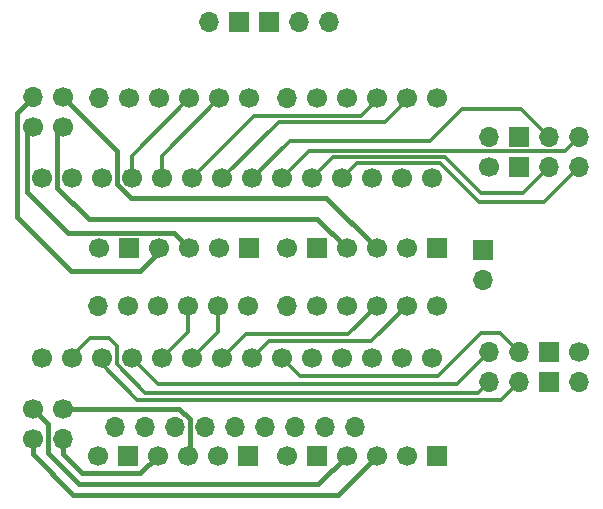
<source format=gbl>
G04 #@! TF.GenerationSoftware,KiCad,Pcbnew,7.0.5*
G04 #@! TF.CreationDate,2023-07-17T11:56:54-04:00*
G04 #@! TF.ProjectId,Tadpole,54616470-6f6c-4652-9e6b-696361645f70,rev?*
G04 #@! TF.SameCoordinates,Original*
G04 #@! TF.FileFunction,Copper,L4,Bot*
G04 #@! TF.FilePolarity,Positive*
%FSLAX46Y46*%
G04 Gerber Fmt 4.6, Leading zero omitted, Abs format (unit mm)*
G04 Created by KiCad (PCBNEW 7.0.5) date 2023-07-17 11:56:54*
%MOMM*%
%LPD*%
G01*
G04 APERTURE LIST*
G04 #@! TA.AperFunction,ComponentPad*
%ADD10C,1.700000*%
G04 #@! TD*
G04 #@! TA.AperFunction,ComponentPad*
%ADD11O,1.700000X1.700000*%
G04 #@! TD*
G04 #@! TA.AperFunction,ComponentPad*
%ADD12R,1.700000X1.700000*%
G04 #@! TD*
G04 #@! TA.AperFunction,Conductor*
%ADD13C,0.400000*%
G04 #@! TD*
G04 #@! TA.AperFunction,Conductor*
%ADD14C,0.300000*%
G04 #@! TD*
G04 APERTURE END LIST*
D10*
X160731200Y-104013000D03*
D11*
X160731200Y-106553000D03*
D12*
X158191200Y-104013000D03*
X158191200Y-106553000D03*
D11*
X155651200Y-104013000D03*
X155651200Y-106553000D03*
X153111200Y-104013000D03*
X153111200Y-106553000D03*
X139573000Y-76073000D03*
X137033000Y-76073000D03*
D12*
X134493000Y-76073000D03*
X131953000Y-76073000D03*
D11*
X129413000Y-76073000D03*
X141743600Y-110337600D03*
X139203600Y-110337600D03*
X136663600Y-110337600D03*
X134123600Y-110337600D03*
X131583600Y-110337600D03*
X129043600Y-110337600D03*
X126503600Y-110337600D03*
X123963600Y-110337600D03*
X121423600Y-110337600D03*
D10*
X114503200Y-84963000D03*
D11*
X114503200Y-82423000D03*
D10*
X117043200Y-84963000D03*
X117043200Y-82423000D03*
X153131200Y-88327000D03*
D11*
X153131200Y-85787000D03*
D12*
X155671200Y-88327000D03*
X155671200Y-85787000D03*
D11*
X158211200Y-88327000D03*
X158211200Y-85787000D03*
X160751200Y-88327000D03*
X160751200Y-85787000D03*
D12*
X152597000Y-95397400D03*
D11*
X152597000Y-97937400D03*
D10*
X117043200Y-108864400D03*
D11*
X117043200Y-111404400D03*
D10*
X114503200Y-108864400D03*
X114503200Y-111404400D03*
X117815200Y-104521000D03*
X120355200Y-104521000D03*
X122895200Y-104521000D03*
X125435200Y-104521000D03*
X120355200Y-89281000D03*
X127975200Y-104521000D03*
X130515200Y-104521000D03*
X133055200Y-104521000D03*
X135595200Y-104521000D03*
X138135200Y-104521000D03*
X140675200Y-104521000D03*
X143215200Y-104521000D03*
X145755200Y-104521000D03*
X148295200Y-104521000D03*
X148295200Y-89281000D03*
X145755200Y-89281000D03*
X143215200Y-89281000D03*
X140675200Y-89281000D03*
X138135200Y-89281000D03*
X135595200Y-89281000D03*
X133055200Y-89281000D03*
X130515200Y-89281000D03*
X127975200Y-89281000D03*
X125435200Y-89281000D03*
X122895200Y-89281000D03*
X117815200Y-89281000D03*
X115275200Y-104521000D03*
X115275200Y-89281000D03*
D11*
X119999600Y-100076000D03*
D10*
X122539600Y-100076000D03*
X125079600Y-100076000D03*
X127619600Y-100076000D03*
X130159600Y-100076000D03*
X132699600Y-100076000D03*
X119999600Y-112776000D03*
D12*
X122539600Y-112776000D03*
D10*
X125079600Y-112776000D03*
X127619600Y-112776000D03*
X130159600Y-112776000D03*
D12*
X132699600Y-112776000D03*
D11*
X120101200Y-82524600D03*
D10*
X122641200Y-82524600D03*
X125181200Y-82524600D03*
X127721200Y-82524600D03*
X130261200Y-82524600D03*
X132801200Y-82524600D03*
X120101200Y-95224600D03*
D12*
X122641200Y-95224600D03*
D10*
X125181200Y-95224600D03*
X127721200Y-95224600D03*
X130261200Y-95224600D03*
D12*
X132801200Y-95224600D03*
D11*
X135976200Y-100076000D03*
D10*
X138516200Y-100076000D03*
X141056200Y-100076000D03*
X143596200Y-100076000D03*
X146136200Y-100076000D03*
X148676200Y-100076000D03*
X135976200Y-112776000D03*
D12*
X138516200Y-112776000D03*
D10*
X141056200Y-112776000D03*
X143596200Y-112776000D03*
X146136200Y-112776000D03*
D12*
X148676200Y-112776000D03*
D11*
X135976200Y-82524600D03*
D10*
X138516200Y-82524600D03*
X141056200Y-82524600D03*
X143596200Y-82524600D03*
X146136200Y-82524600D03*
X148676200Y-82524600D03*
X135976200Y-95224600D03*
D12*
X138516200Y-95224600D03*
D10*
X141056200Y-95224600D03*
X143596200Y-95224600D03*
X146136200Y-95224600D03*
D12*
X148676200Y-95224600D03*
D13*
X121605200Y-86985000D02*
X117043200Y-82423000D01*
X143596200Y-95224600D02*
X139303600Y-90932000D01*
X139303600Y-90932000D02*
X122778433Y-90932000D01*
X122778433Y-90932000D02*
X121605200Y-89758767D01*
X121605200Y-89758767D02*
X121605200Y-86985000D01*
D14*
X127619600Y-102336600D02*
X127619600Y-100076000D01*
X125435200Y-104521000D02*
X127619600Y-102336600D01*
X127975200Y-104521000D02*
X130159600Y-102336600D01*
X130159600Y-102336600D02*
X130159600Y-100076000D01*
X143596200Y-100076000D02*
X141183200Y-102489000D01*
X141183200Y-102489000D02*
X132547200Y-102489000D01*
X132547200Y-102489000D02*
X130515200Y-104521000D01*
X146136200Y-100076000D02*
X143113600Y-103098600D01*
X143113600Y-103098600D02*
X134477600Y-103098600D01*
X134477600Y-103098600D02*
X133055200Y-104521000D01*
X130515200Y-89281000D02*
X135298400Y-84497800D01*
X144315400Y-84497800D02*
X146136200Y-82677000D01*
X135298400Y-84497800D02*
X144315400Y-84497800D01*
X133258400Y-83997800D02*
X142275400Y-83997800D01*
X142275400Y-83997800D02*
X143596200Y-82677000D01*
X127975200Y-89281000D02*
X133258400Y-83997800D01*
X125435200Y-87376000D02*
X125435200Y-89281000D01*
X130286600Y-82524600D02*
X125435200Y-87376000D01*
X122895200Y-87376000D02*
X122895200Y-89281000D01*
X127746600Y-82524600D02*
X122895200Y-87376000D01*
D13*
X127762000Y-112633600D02*
X127619600Y-112776000D01*
X126886384Y-108839000D02*
X127762000Y-109714616D01*
X117043200Y-108864400D02*
X117068600Y-108839000D01*
X117068600Y-108839000D02*
X126886384Y-108839000D01*
X127762000Y-109714616D02*
X127762000Y-112633600D01*
X123606400Y-114249200D02*
X125079600Y-112776000D01*
X117043200Y-112606481D02*
X118685919Y-114249200D01*
X118685919Y-114249200D02*
X123606400Y-114249200D01*
X117043200Y-111404400D02*
X117043200Y-112606481D01*
X138617800Y-115214400D02*
X141056200Y-112776000D01*
X130391971Y-115214400D02*
X138617800Y-115214400D01*
X118402000Y-115227000D02*
X130379371Y-115227000D01*
X115773200Y-110134400D02*
X115773200Y-112598200D01*
X130379371Y-115227000D02*
X130391971Y-115214400D01*
X114503200Y-108864400D02*
X115773200Y-110134400D01*
X115773200Y-112598200D02*
X118402000Y-115227000D01*
X140294200Y-116078000D02*
X143596200Y-112776000D01*
X114503200Y-112654400D02*
X117926800Y-116078000D01*
X114503200Y-111404400D02*
X114503200Y-112654400D01*
X117926800Y-116078000D02*
X140294200Y-116078000D01*
D14*
X139921200Y-87495000D02*
X149366700Y-87495000D01*
X152422700Y-90551000D02*
X155987200Y-90551000D01*
X149366700Y-87495000D02*
X152422700Y-90551000D01*
X138135200Y-89281000D02*
X139921200Y-87495000D01*
X155987200Y-90551000D02*
X158211200Y-88327000D01*
X133055200Y-89281000D02*
X136230200Y-86106000D01*
X150837900Y-83413600D02*
X155837800Y-83413600D01*
X155837800Y-83413600D02*
X158211200Y-85787000D01*
X136230200Y-86106000D02*
X148145500Y-86106000D01*
X148145500Y-86106000D02*
X150837900Y-83413600D01*
X140675200Y-89281000D02*
X141945200Y-88011000D01*
X152232200Y-91313000D02*
X157765200Y-91313000D01*
X148930200Y-88011000D02*
X152232200Y-91313000D01*
X157765200Y-91313000D02*
X160751200Y-88327000D01*
X141945200Y-88011000D02*
X148930200Y-88011000D01*
X135595200Y-89281000D02*
X137881200Y-86995000D01*
X159543200Y-86995000D02*
X160751200Y-85787000D01*
X137881200Y-86995000D02*
X159543200Y-86995000D01*
D13*
X117495000Y-93974600D02*
X126471200Y-93974600D01*
X114503200Y-84963000D02*
X113995200Y-85471000D01*
X113995200Y-90474800D02*
X117495000Y-93974600D01*
X126471200Y-93974600D02*
X127721200Y-95224600D01*
X113995200Y-85471000D02*
X113995200Y-90474800D01*
X113131600Y-83794600D02*
X114503200Y-82423000D01*
X117729000Y-97155000D02*
X113131600Y-92557600D01*
X125181200Y-95511700D02*
X123537900Y-97155000D01*
X123537900Y-97155000D02*
X117729000Y-97155000D01*
X113131600Y-92557600D02*
X113131600Y-83794600D01*
X125181200Y-95224600D02*
X125181200Y-95511700D01*
X116565200Y-85441000D02*
X117043200Y-84963000D01*
X116565200Y-90098400D02*
X116565200Y-85441000D01*
X138579800Y-92748200D02*
X119215000Y-92748200D01*
X141056200Y-95224600D02*
X138579800Y-92748200D01*
X119215000Y-92748200D02*
X116565200Y-90098400D01*
D14*
X152450800Y-102412800D02*
X154051000Y-102412800D01*
X150596600Y-104267000D02*
X152450800Y-102412800D01*
X150581200Y-104267000D02*
X150596600Y-104267000D01*
X137119200Y-106045000D02*
X148803200Y-106045000D01*
X154051000Y-102412800D02*
X155651200Y-104013000D01*
X148803200Y-106045000D02*
X150581200Y-104267000D01*
X135595200Y-104521000D02*
X137119200Y-106045000D01*
X120355200Y-104521000D02*
X120355200Y-105064400D01*
X123342400Y-108051600D02*
X154152600Y-108051600D01*
X120355200Y-105064400D02*
X123342400Y-108051600D01*
X154152600Y-108051600D02*
X155651200Y-106553000D01*
X150393400Y-106730800D02*
X153111200Y-104013000D01*
X122895200Y-104521000D02*
X125105000Y-106730800D01*
X125105000Y-106730800D02*
X150393400Y-106730800D01*
X119321500Y-102819200D02*
X120904000Y-102819200D01*
X120904000Y-102819200D02*
X121615200Y-103530400D01*
X124002800Y-107442000D02*
X152222200Y-107442000D01*
X121615200Y-105054400D02*
X124002800Y-107442000D01*
X152222200Y-107442000D02*
X153111200Y-106553000D01*
X117815200Y-104325500D02*
X119321500Y-102819200D01*
X117815200Y-104521000D02*
X117815200Y-104325500D01*
X121615200Y-103530400D02*
X121615200Y-105054400D01*
M02*

</source>
